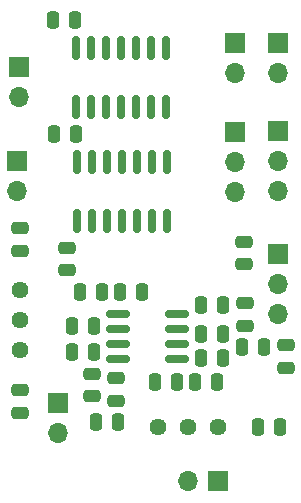
<source format=gbr>
%TF.GenerationSoftware,KiCad,Pcbnew,(6.0.8)*%
%TF.CreationDate,2022-10-15T17:18:15+02:00*%
%TF.ProjectId,Digital Delay,44696769-7461-46c2-9044-656c61792e6b,rev?*%
%TF.SameCoordinates,Original*%
%TF.FileFunction,Soldermask,Top*%
%TF.FilePolarity,Negative*%
%FSLAX46Y46*%
G04 Gerber Fmt 4.6, Leading zero omitted, Abs format (unit mm)*
G04 Created by KiCad (PCBNEW (6.0.8)) date 2022-10-15 17:18:15*
%MOMM*%
%LPD*%
G01*
G04 APERTURE LIST*
G04 Aperture macros list*
%AMRoundRect*
0 Rectangle with rounded corners*
0 $1 Rounding radius*
0 $2 $3 $4 $5 $6 $7 $8 $9 X,Y pos of 4 corners*
0 Add a 4 corners polygon primitive as box body*
4,1,4,$2,$3,$4,$5,$6,$7,$8,$9,$2,$3,0*
0 Add four circle primitives for the rounded corners*
1,1,$1+$1,$2,$3*
1,1,$1+$1,$4,$5*
1,1,$1+$1,$6,$7*
1,1,$1+$1,$8,$9*
0 Add four rect primitives between the rounded corners*
20,1,$1+$1,$2,$3,$4,$5,0*
20,1,$1+$1,$4,$5,$6,$7,0*
20,1,$1+$1,$6,$7,$8,$9,0*
20,1,$1+$1,$8,$9,$2,$3,0*%
G04 Aperture macros list end*
%ADD10RoundRect,0.250000X-0.250000X-0.475000X0.250000X-0.475000X0.250000X0.475000X-0.250000X0.475000X0*%
%ADD11RoundRect,0.250000X0.475000X-0.250000X0.475000X0.250000X-0.475000X0.250000X-0.475000X-0.250000X0*%
%ADD12R,1.700000X1.700000*%
%ADD13O,1.700000X1.700000*%
%ADD14RoundRect,0.250000X0.250000X0.475000X-0.250000X0.475000X-0.250000X-0.475000X0.250000X-0.475000X0*%
%ADD15RoundRect,0.250000X-0.475000X0.250000X-0.475000X-0.250000X0.475000X-0.250000X0.475000X0.250000X0*%
%ADD16RoundRect,0.150000X0.150000X-0.825000X0.150000X0.825000X-0.150000X0.825000X-0.150000X-0.825000X0*%
%ADD17C,1.440000*%
%ADD18RoundRect,0.150000X-0.825000X-0.150000X0.825000X-0.150000X0.825000X0.150000X-0.825000X0.150000X0*%
G04 APERTURE END LIST*
D10*
%TO.C,C115*%
X61275000Y-73152000D03*
X63175000Y-73152000D03*
%TD*%
D11*
%TO.C,C114*%
X60198000Y-64577000D03*
X60198000Y-62677000D03*
%TD*%
D12*
%TO.C,J105*%
X59309000Y-48148000D03*
D13*
X59309000Y-50688000D03*
X59309000Y-53228000D03*
%TD*%
D14*
%TO.C,C107*%
X47432000Y-64643000D03*
X45532000Y-64643000D03*
%TD*%
D15*
%TO.C,C106*%
X41148000Y-70043000D03*
X41148000Y-71943000D03*
%TD*%
%TO.C,C111*%
X49276000Y-69027000D03*
X49276000Y-70927000D03*
%TD*%
D12*
%TO.C,J101*%
X62992000Y-58547000D03*
D13*
X62992000Y-61087000D03*
X62992000Y-63627000D03*
%TD*%
D11*
%TO.C,C101*%
X45085000Y-59878000D03*
X45085000Y-57978000D03*
%TD*%
D14*
%TO.C,C116*%
X49464000Y-72771000D03*
X47564000Y-72771000D03*
%TD*%
D10*
%TO.C,R104*%
X56454000Y-65278000D03*
X58354000Y-65278000D03*
%TD*%
D12*
%TO.C,J106*%
X57912000Y-77724000D03*
D13*
X55372000Y-77724000D03*
%TD*%
D12*
%TO.C,J103*%
X40894000Y-50668000D03*
D13*
X40894000Y-53208000D03*
%TD*%
D16*
%TO.C,U102*%
X45974000Y-55688000D03*
X47244000Y-55688000D03*
X48514000Y-55688000D03*
X49784000Y-55688000D03*
X51054000Y-55688000D03*
X52324000Y-55688000D03*
X53594000Y-55688000D03*
X53594000Y-50738000D03*
X52324000Y-50738000D03*
X51054000Y-50738000D03*
X49784000Y-50738000D03*
X48514000Y-50738000D03*
X47244000Y-50738000D03*
X45974000Y-50738000D03*
%TD*%
D15*
%TO.C,C108*%
X47244000Y-68646000D03*
X47244000Y-70546000D03*
%TD*%
%TO.C,C103*%
X63627000Y-66233000D03*
X63627000Y-68133000D03*
%TD*%
D10*
%TO.C,R106*%
X52517000Y-69342000D03*
X54417000Y-69342000D03*
%TD*%
D12*
%TO.C,J107*%
X41021000Y-42667000D03*
D13*
X41021000Y-45207000D03*
%TD*%
D12*
%TO.C,J109*%
X44323000Y-71115000D03*
D13*
X44323000Y-73655000D03*
%TD*%
D12*
%TO.C,J104*%
X62992000Y-40640000D03*
D13*
X62992000Y-43180000D03*
%TD*%
D17*
%TO.C,RV101*%
X41148000Y-61585000D03*
X41148000Y-64125000D03*
X41148000Y-66665000D03*
%TD*%
D12*
%TO.C,J108*%
X59309000Y-40635000D03*
D13*
X59309000Y-43175000D03*
%TD*%
D14*
%TO.C,R105*%
X61783000Y-66421000D03*
X59883000Y-66421000D03*
%TD*%
D10*
%TO.C,C117*%
X56454000Y-67310000D03*
X58354000Y-67310000D03*
%TD*%
D16*
%TO.C,U103*%
X45847000Y-46036000D03*
X47117000Y-46036000D03*
X48387000Y-46036000D03*
X49657000Y-46036000D03*
X50927000Y-46036000D03*
X52197000Y-46036000D03*
X53467000Y-46036000D03*
X53467000Y-41086000D03*
X52197000Y-41086000D03*
X50927000Y-41086000D03*
X49657000Y-41086000D03*
X48387000Y-41086000D03*
X47117000Y-41086000D03*
X45847000Y-41086000D03*
%TD*%
D11*
%TO.C,C105*%
X41148000Y-58227000D03*
X41148000Y-56327000D03*
%TD*%
D10*
%TO.C,C104*%
X56454000Y-62865000D03*
X58354000Y-62865000D03*
%TD*%
D14*
%TO.C,C112*%
X45781000Y-38735000D03*
X43881000Y-38735000D03*
%TD*%
D18*
%TO.C,U101*%
X49468000Y-63627000D03*
X49468000Y-64897000D03*
X49468000Y-66167000D03*
X49468000Y-67437000D03*
X54418000Y-67437000D03*
X54418000Y-66167000D03*
X54418000Y-64897000D03*
X54418000Y-63627000D03*
%TD*%
D10*
%TO.C,R102*%
X46167000Y-61722000D03*
X48067000Y-61722000D03*
%TD*%
D12*
%TO.C,J102*%
X62992000Y-48133000D03*
D13*
X62992000Y-50673000D03*
X62992000Y-53213000D03*
%TD*%
D17*
%TO.C,RV102*%
X57912000Y-73152000D03*
X55372000Y-73152000D03*
X52832000Y-73152000D03*
%TD*%
D10*
%TO.C,R103*%
X45532000Y-66802000D03*
X47432000Y-66802000D03*
%TD*%
D11*
%TO.C,C110*%
X60071000Y-59370000D03*
X60071000Y-57470000D03*
%TD*%
D10*
%TO.C,C118*%
X55946000Y-69342000D03*
X57846000Y-69342000D03*
%TD*%
D14*
%TO.C,C113*%
X45908000Y-48387000D03*
X44008000Y-48387000D03*
%TD*%
%TO.C,R101*%
X51496000Y-61722000D03*
X49596000Y-61722000D03*
%TD*%
M02*

</source>
